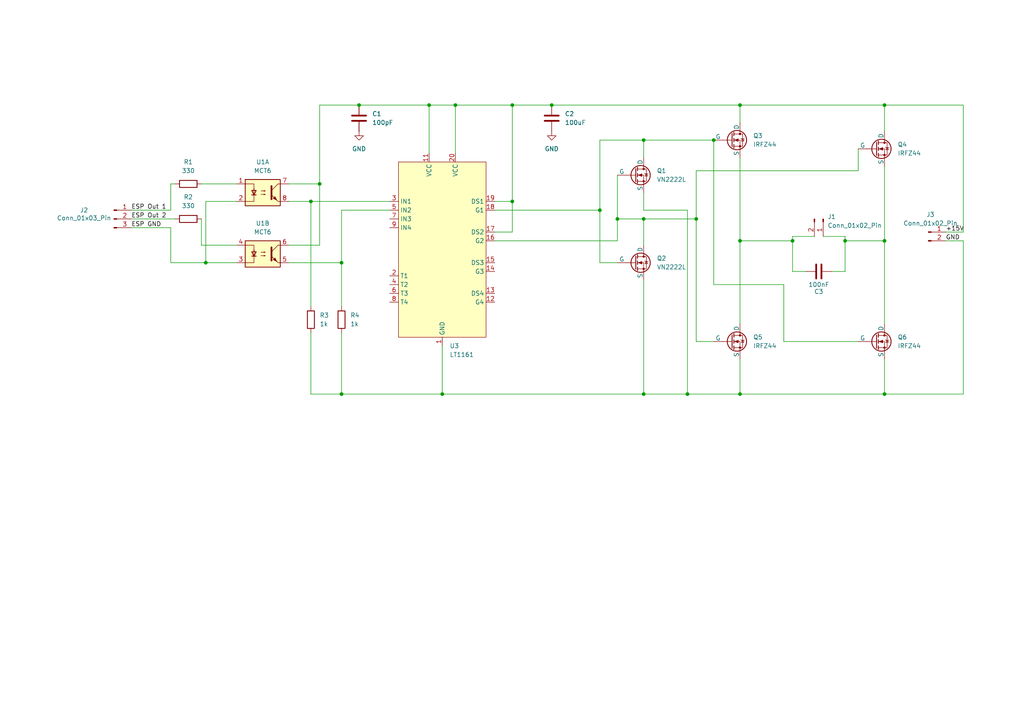
<source format=kicad_sch>
(kicad_sch (version 20250114) (generator "eeschema") (generator_version "9.0")
  (paper "A4")
  (title_block (title "H Bridge Schematic") (date "2025-07-06") (rev "1") (company "UBC"))
  (lib_symbols
    (symbol "Connector:Conn_01x02_Pin" (pin_names (offset 1.016) (hide yes))
      (property "Reference" "J" (at 0 2.54 0))
      (property "Value" "Conn_01x02_Pin" (at 0 -5.08 0))
      (symbol "Conn_01x02_Pin_1_1"
        (rectangle (start 0.8636 0.127) (end 0 -0.127) (stroke (width 0.1524)) (fill (type outline)))
        (rectangle (start 0.8636 -2.413) (end 0 -2.667) (stroke (width 0.1524)) (fill (type outline)))
        (polyline (pts (xy 1.27 0) (xy 0.8636 0)) (stroke (width 0.1524)))
        (polyline (pts (xy 1.27 -2.54) (xy 0.8636 -2.54)) (stroke (width 0.1524)))
        (pin passive line (at 5.08 0 180) (length 3.81) (name "Pin_1") (number "1"))
        (pin passive line (at 5.08 -2.54 180) (length 3.81) (name "Pin_2") (number "2"))
      )
    )
    (symbol "Connector:Conn_01x03_Pin" (pin_names (offset 1.016) (hide yes))
      (property "Reference" "J" (at 0 5.08 0))
      (property "Value" "Conn_01x03_Pin" (at 0 -5.08 0))
      (symbol "Conn_01x03_Pin_1_1"
        (rectangle (start 0.8636 2.667) (end 0 2.413) (stroke (width 0.1524)) (fill (type outline)))
        (rectangle (start 0.8636 0.127) (end 0 -0.127) (stroke (width 0.1524)) (fill (type outline)))
        (rectangle (start 0.8636 -2.413) (end 0 -2.667) (stroke (width 0.1524)) (fill (type outline)))
        (polyline (pts (xy 1.27 2.54) (xy 0.8636 2.54)) (stroke (width 0.1524)))
        (polyline (pts (xy 1.27 0) (xy 0.8636 0)) (stroke (width 0.1524)))
        (polyline (pts (xy 1.27 -2.54) (xy 0.8636 -2.54)) (stroke (width 0.1524)))
        (pin passive line (at 5.08 2.54 180) (length 3.81) (name "Pin_1") (number "1"))
        (pin passive line (at 5.08 0 180) (length 3.81) (name "Pin_2") (number "2"))
        (pin passive line (at 5.08 -2.54 180) (length 3.81) (name "Pin_3") (number "3"))
      )
    )
    (symbol "Device:C" (pin_numbers (hide yes)) (pin_names (offset 0.254))
      (property "Reference" "C" (at 0.635 2.54 0))
      (property "Value" "C" (at 0.635 -2.54 0))
      (symbol "C_0_1"
        (polyline (pts (xy -2.032 0.762) (xy 2.032 0.762)) (stroke (width 0.508)))
        (polyline (pts (xy -2.032 -0.762) (xy 2.032 -0.762)) (stroke (width 0.508)))
      )
      (symbol "C_1_1"
        (pin passive line (at 0 3.81 270) (length 2.794) (name "~") (number "1"))
        (pin passive line (at 0 -3.81 90) (length 2.794) (name "~") (number "2"))
      )
    )
    (symbol "Device:R" (pin_numbers (hide yes)) (pin_names (offset 0))
      (property "Reference" "R" (at 2.032 0 90))
      (property "Value" "R" (at 0 0 90))
      (symbol "R_0_1"
        (rectangle (start -1.016 -2.54) (end 1.016 2.54) (stroke (width 0.254)))
      )
      (symbol "R_1_1"
        (pin passive line (at 0 3.81 270) (length 1.27) (name "~") (number "1"))
        (pin passive line (at 0 -3.81 90) (length 1.27) (name "~") (number "2"))
      )
    )
    (symbol "GS_Gate_Drivers:LT1161"
      (property "Reference" "U" (at 12.7 26.67 0))
      (property "Value" "LT1161" (at -12.7 26.67 0))
      (symbol "LT1161_1_1"
        (rectangle (start -12.7 25.4) (end 12.7 -25.4) (fill (type background)))
        (pin input line (at -15.24 13.97 0) (length 2.54) (name "IN1") (number "3"))
        (pin input line (at -15.24 11.43 0) (length 2.54) (name "IN2") (number "5"))
        (pin input line (at -15.24 8.89 0) (length 2.54) (name "IN3") (number "7"))
        (pin input line (at -15.24 6.35 0) (length 2.54) (name "IN4") (number "9"))
        (pin passive line (at -15.24 -7.62 0) (length 2.54) (name "T1") (number "2"))
        (pin passive line (at -15.24 -10.16 0) (length 2.54) (name "T2") (number "4"))
        (pin passive line (at -15.24 -12.7 0) (length 2.54) (name "T3") (number "6"))
        (pin passive line (at -15.24 -15.24 0) (length 2.54) (name "T4") (number "8"))
        (pin power_in line (at -3.81 27.94 270) (length 2.54) (name "VCC") (number "11"))
        (pin power_in line (at 0 -27.94 90) (length 2.54) (name "GND") (number "1"))
        (pin input line (at 0 -27.94 90) (length 2.54) (hide yes) (name "GND") (number "10"))
        (pin power_in line (at 3.81 27.94 270) (length 2.54) (name "VCC") (number "20"))
        (pin passive line (at 15.24 13.97 180) (length 2.54) (name "DS1") (number "19"))
        (pin output line (at 15.24 11.43 180) (length 2.54) (name "G1") (number "18"))
        (pin passive line (at 15.24 5.08 180) (length 2.54) (name "DS2") (number "17"))
        (pin output line (at 15.24 2.54 180) (length 2.54) (name "G2") (number "16"))
        (pin passive line (at 15.24 -3.81 180) (length 2.54) (name "DS3") (number "15"))
        (pin output line (at 15.24 -6.35 180) (length 2.54) (name "G3") (number "14"))
        (pin passive line (at 15.24 -12.7 180) (length 2.54) (name "DS4") (number "13"))
        (pin output line (at 15.24 -15.24 180) (length 2.54) (name "G4") (number "12"))
      )
    )
    (symbol "GS_Optoelectronic:MCT6" (pin_names (offset 1.016))
      (property "Reference" "U" (at -3.81 5.08 0))
      (property "Value" "MCT6" (at 0 -5.08 0))
      (symbol "MCT6_0_1"
        (rectangle (start -5.08 3.81) (end 5.08 -3.81) (stroke (width 0.254)) (fill (type background)))
        (polyline (pts (xy -5.08 -2.54) (xy -2.54 -2.54) (xy -2.54 1.27) (xy -2.54 -0.635)))
        (polyline (pts (xy -2.54 0.635) (xy -2.54 2.54) (xy -5.08 2.54)))
        (polyline (pts (xy -0.508 0.508) (xy 0.762 0.508) (xy 0.381 0.635) (xy 0.381 0.381) (xy 0.762 0.508)))
        (polyline (pts (xy -0.508 -0.508) (xy 0.762 -0.508) (xy 0.381 -0.381) (xy 0.381 -0.635) (xy 0.762 -0.508)))
        (polyline (pts (xy 2.54 1.905) (xy 2.54 -1.905) (xy 2.54 -1.905)) (stroke (width 0.508)))
        (polyline (pts (xy 2.54 0.635) (xy 4.445 2.54)))
        (polyline (pts (xy 4.445 2.54) (xy 5.08 2.54)))
        (polyline (pts (xy 4.445 -2.54) (xy 2.54 -0.635)) (fill (type outline)))
        (polyline (pts (xy 4.445 -2.54) (xy 5.08 -2.54)))
      )
      (symbol "MCT6_1_1"
        (polyline (pts (xy -3.175 -0.635) (xy -1.905 -0.635)) (stroke (width 0.254)))
        (polyline (pts (xy -2.54 -0.635) (xy -3.175 0.635) (xy -1.905 0.635) (xy -2.54 -0.635)) (stroke (width 0.254)))
        (polyline (pts (xy 3.048 -1.651) (xy 3.556 -1.143) (xy 4.064 -2.159) (xy 3.048 -1.651) (xy 3.048 -1.651)) (fill (type outline)))
        (pin passive line (at -7.62 2.54 0) (length 2.54) (name "~") (number "1"))
        (pin passive line (at -7.62 -2.54 0) (length 2.54) (name "~") (number "2"))
        (pin passive line (at 7.62 2.54 180) (length 2.54) (name "~") (number "7"))
        (pin passive line (at 7.62 -2.54 180) (length 2.54) (name "~") (number "8"))
      )
      (symbol "MCT6_2_1"
        (polyline (pts (xy -3.175 -0.635) (xy -1.905 -0.635)) (stroke (width 0.254)))
        (polyline (pts (xy -2.54 -0.635) (xy -3.175 0.635) (xy -1.905 0.635) (xy -2.54 -0.635)) (stroke (width 0.254)))
        (polyline (pts (xy 3.048 -1.651) (xy 3.556 -1.143) (xy 4.064 -2.159) (xy 3.048 -1.651) (xy 3.048 -1.651)) (fill (type outline)))
        (pin passive line (at -7.62 2.54 0) (length 2.54) (name "~") (number "4"))
        (pin passive line (at -7.62 -2.54 0) (length 2.54) (name "~") (number "3"))
        (pin passive line (at 7.62 2.54 180) (length 2.54) (name "~") (number "6"))
        (pin passive line (at 7.62 -2.54 180) (length 2.54) (name "~") (number "5"))
      )
    )
    (symbol "GS_Transistors:MOSFET_N-Ch_60V_0.23A_7500mR" (pin_numbers (hide yes)) (pin_names (offset 0))
      (property "Reference" "Q" (at 5.08 1.27 0))
      (property "Value" "VN2222L" (at 5.08 -1.27 0))
      (symbol "MOSFET_N-Ch_60V_0.23A_7500mR_0_1"
        (polyline (pts (xy 0.254 1.905) (xy 0.254 -1.905)) (stroke (width 0.254)))
        (polyline (pts (xy 0.254 0) (xy -2.54 0)))
        (polyline (pts (xy 0.762 2.286) (xy 0.762 1.27)) (stroke (width 0.254)))
        (polyline (pts (xy 0.762 0.508) (xy 0.762 -0.508)) (stroke (width 0.254)))
        (polyline (pts (xy 0.762 -1.27) (xy 0.762 -2.286)) (stroke (width 0.254)))
        (polyline (pts (xy 0.762 -1.778) (xy 3.302 -1.778) (xy 3.302 1.778) (xy 0.762 1.778)))
        (polyline (pts (xy 1.016 0) (xy 2.032 0.381) (xy 2.032 -0.381) (xy 1.016 0)) (fill (type outline)))
        (circle (center 1.651 0) (radius 2.794) (stroke (width 0.254)))
        (polyline (pts (xy 2.54 2.54) (xy 2.54 1.778)))
        (circle (center 2.54 1.778) (radius 0.254) (fill (type outline)))
        (circle (center 2.54 -1.778) (radius 0.254) (fill (type outline)))
        (polyline (pts (xy 2.54 -2.54) (xy 2.54 0) (xy 0.762 0)))
        (polyline (pts (xy 2.794 0.508) (xy 2.921 0.381) (xy 3.683 0.381) (xy 3.81 0.254)))
        (polyline (pts (xy 3.302 0.381) (xy 2.921 -0.254) (xy 3.683 -0.254) (xy 3.302 0.381)))
      )
      (symbol "MOSFET_N-Ch_60V_0.23A_7500mR_1_1"
        (pin input line (at -5.08 0 0) (length 2.54) (name "G") (number "2"))
        (pin passive line (at 2.54 5.08 270) (length 2.54) (name "D") (number "3"))
        (pin passive line (at 2.54 -5.08 90) (length 2.54) (name "S") (number "1"))
      )
    )
    (symbol "GS_Transistors:MOSFET_N-Ch_60V_48A_23mR" (pin_numbers (hide yes)) (pin_names (offset 0))
      (property "Reference" "Q" (at 5.08 1.27 0))
      (property "Value" "IRFZ44" (at 5.08 -1.27 0))
      (symbol "MOSFET_N-Ch_60V_48A_23mR_0_1"
        (polyline (pts (xy 0.254 1.905) (xy 0.254 -1.905)) (stroke (width 0.254)))
        (polyline (pts (xy 0.254 0) (xy -2.54 0)))
        (polyline (pts (xy 0.762 2.286) (xy 0.762 1.27)) (stroke (width 0.254)))
        (polyline (pts (xy 0.762 0.508) (xy 0.762 -0.508)) (stroke (width 0.254)))
        (polyline (pts (xy 0.762 -1.27) (xy 0.762 -2.286)) (stroke (width 0.254)))
        (polyline (pts (xy 0.762 -1.778) (xy 3.302 -1.778) (xy 3.302 1.778) (xy 0.762 1.778)))
        (polyline (pts (xy 1.016 0) (xy 2.032 0.381) (xy 2.032 -0.381) (xy 1.016 0)) (fill (type outline)))
        (circle (center 1.651 0) (radius 2.794) (stroke (width 0.254)))
        (polyline (pts (xy 2.54 2.54) (xy 2.54 1.778)))
        (circle (center 2.54 1.778) (radius 0.254) (fill (type outline)))
        (circle (center 2.54 -1.778) (radius 0.254) (fill (type outline)))
        (polyline (pts (xy 2.54 -2.54) (xy 2.54 0) (xy 0.762 0)))
        (polyline (pts (xy 2.794 0.508) (xy 2.921 0.381) (xy 3.683 0.381) (xy 3.81 0.254)))
        (polyline (pts (xy 3.302 0.381) (xy 2.921 -0.254) (xy 3.683 -0.254) (xy 3.302 0.381)))
      )
      (symbol "MOSFET_N-Ch_60V_48A_23mR_1_1"
        (pin input line (at -5.08 0 0) (length 2.54) (name "G") (number "1"))
        (pin passive line (at 2.54 5.08 270) (length 2.54) (name "D") (number "2"))
        (pin passive line (at 2.54 -5.08 90) (length 2.54) (name "S") (number "3"))
      )
    )
    (symbol "power:GND" (power) (pin_numbers (hide yes)) (pin_names (offset 0) (hide yes))
      (property "Value" "GND" (at 0 -3.81 0))
      (symbol "GND_0_1"
        (polyline (pts (xy 0 0) (xy 0 -1.27) (xy 1.27 -1.27) (xy 0 -2.54) (xy -1.27 -1.27) (xy 0 -1.27)))
      )
      (symbol "GND_1_1"
        (pin power_in line (at 0 0 270) (length 0) (name "~") (number "1"))
      )
    )
  )
  (junction (at 229.87 69.85))
  (junction (at 199.39 114.3))
  (junction (at 256.54 69.85))
  (junction (at 59.69 76.2))
  (junction (at 214.63 69.85))
  (junction (at 214.63 114.3))
  (junction (at 179.07 63.5))
  (junction (at 128.27 114.3))
  (junction (at 124.46 30.48))
  (junction (at 207.01 40.64))
  (junction (at 245.11 69.85))
  (junction (at 92.71 53.34))
  (junction (at 256.54 30.48))
  (junction (at 201.93 63.5))
  (junction (at 148.59 58.42))
  (junction (at 160.02 30.48))
  (junction (at 186.69 63.5))
  (junction (at 256.54 114.3))
  (junction (at 99.06 76.2))
  (junction (at 173.99 60.96))
  (junction (at 214.63 30.48))
  (junction (at 104.14 30.48))
  (junction (at 90.17 58.42))
  (junction (at 186.69 40.64))
  (junction (at 132.08 30.48))
  (junction (at 186.69 114.3))
  (junction (at 99.06 114.3))
  (junction (at 148.59 30.48))
  (wire (pts (xy 256.54 69.85) (xy 256.54 93.98)))
  (wire (pts (xy 201.93 63.5) (xy 201.93 99.06)))
  (wire (pts (xy 241.3 78.74) (xy 245.11 78.74)))
  (wire (pts (xy 227.33 82.55) (xy 227.33 99.06)))
  (wire (pts (xy 90.17 96.52) (xy 90.17 114.3)))
  (wire (pts (xy 124.46 30.48) (xy 124.46 44.45)))
  (wire (pts (xy 148.59 30.48) (xy 160.02 30.48)))
  (wire (pts (xy 68.58 58.42) (xy 59.69 58.42)))
  (wire (pts (xy 229.87 68.58) (xy 229.87 69.85)))
  (wire (pts (xy 92.71 53.34) (xy 92.71 71.12)))
  (wire (pts (xy 59.69 58.42) (xy 59.69 76.2)))
  (wire (pts (xy 99.06 96.52) (xy 99.06 114.3)))
  (wire (pts (xy 90.17 58.42) (xy 90.17 88.9)))
  (wire (pts (xy 279.4 30.48) (xy 279.4 67.31)))
  (wire (pts (xy 128.27 114.3) (xy 186.69 114.3)))
  (wire (pts (xy 49.53 66.04) (xy 49.53 76.2)))
  (wire (pts (xy 186.69 81.28) (xy 186.69 114.3)))
  (wire (pts (xy 233.68 78.74) (xy 229.87 78.74)))
  (wire (pts (xy 248.92 43.18) (xy 248.92 49.53)))
  (wire (pts (xy 236.22 68.58) (xy 229.87 68.58)))
  (wire (pts (xy 214.63 30.48) (xy 256.54 30.48)))
  (wire (pts (xy 186.69 114.3) (xy 199.39 114.3)))
  (wire (pts (xy 201.93 63.5) (xy 201.93 49.53)))
  (wire (pts (xy 256.54 104.14) (xy 256.54 114.3)))
  (wire (pts (xy 173.99 60.96) (xy 173.99 76.2)))
  (wire (pts (xy 179.07 69.85) (xy 179.07 63.5)))
  (wire (pts (xy 245.11 68.58) (xy 245.11 69.85)))
  (wire (pts (xy 83.82 76.2) (xy 99.06 76.2)))
  (wire (pts (xy 83.82 71.12) (xy 92.71 71.12)))
  (wire (pts (xy 143.51 67.31) (xy 148.59 67.31)))
  (wire (pts (xy 99.06 76.2) (xy 99.06 88.9)))
  (wire (pts (xy 143.51 69.85) (xy 179.07 69.85)))
  (wire (pts (xy 179.07 63.5) (xy 186.69 63.5)))
  (wire (pts (xy 58.42 71.12) (xy 68.58 71.12)))
  (wire (pts (xy 186.69 63.5) (xy 201.93 63.5)))
  (wire (pts (xy 256.54 48.26) (xy 256.54 69.85)))
  (wire (pts (xy 229.87 69.85) (xy 229.87 78.74)))
  (wire (pts (xy 58.42 53.34) (xy 68.58 53.34)))
  (wire (pts (xy 38.1 60.96) (xy 49.53 60.96)))
  (wire (pts (xy 256.54 30.48) (xy 256.54 38.1)))
  (wire (pts (xy 214.63 69.85) (xy 229.87 69.85)))
  (wire (pts (xy 148.59 30.48) (xy 148.59 58.42)))
  (wire (pts (xy 201.93 99.06) (xy 207.01 99.06)))
  (wire (pts (xy 186.69 40.64) (xy 186.69 45.72)))
  (wire (pts (xy 90.17 114.3) (xy 99.06 114.3)))
  (wire (pts (xy 132.08 30.48) (xy 132.08 44.45)))
  (wire (pts (xy 214.63 114.3) (xy 256.54 114.3)))
  (wire (pts (xy 38.1 66.04) (xy 49.53 66.04)))
  (wire (pts (xy 214.63 104.14) (xy 214.63 114.3)))
  (wire (pts (xy 83.82 53.34) (xy 92.71 53.34)))
  (wire (pts (xy 186.69 63.5) (xy 186.69 71.12)))
  (wire (pts (xy 186.69 40.64) (xy 207.01 40.64)))
  (wire (pts (xy 38.1 63.5) (xy 50.8 63.5)))
  (wire (pts (xy 104.14 30.48) (xy 124.46 30.48)))
  (wire (pts (xy 186.69 60.96) (xy 199.39 60.96)))
  (wire (pts (xy 199.39 60.96) (xy 199.39 114.3)))
  (wire (pts (xy 160.02 30.48) (xy 214.63 30.48)))
  (wire (pts (xy 148.59 58.42) (xy 148.59 67.31)))
  (wire (pts (xy 227.33 99.06) (xy 248.92 99.06)))
  (wire (pts (xy 245.11 69.85) (xy 245.11 78.74)))
  (wire (pts (xy 92.71 30.48) (xy 104.14 30.48)))
  (wire (pts (xy 49.53 60.96) (xy 49.53 53.34)))
  (wire (pts (xy 99.06 76.2) (xy 99.06 60.96)))
  (wire (pts (xy 214.63 30.48) (xy 214.63 35.56)))
  (wire (pts (xy 201.93 49.53) (xy 248.92 49.53)))
  (wire (pts (xy 128.27 100.33) (xy 128.27 114.3)))
  (wire (pts (xy 207.01 82.55) (xy 227.33 82.55)))
  (wire (pts (xy 214.63 45.72) (xy 214.63 69.85)))
  (wire (pts (xy 143.51 58.42) (xy 148.59 58.42)))
  (wire (pts (xy 173.99 40.64) (xy 173.99 60.96)))
  (wire (pts (xy 279.4 114.3) (xy 279.4 69.85)))
  (wire (pts (xy 186.69 55.88) (xy 186.69 60.96)))
  (wire (pts (xy 49.53 76.2) (xy 59.69 76.2)))
  (wire (pts (xy 238.76 68.58) (xy 245.11 68.58)))
  (wire (pts (xy 279.4 67.31) (xy 274.32 67.31)))
  (wire (pts (xy 99.06 114.3) (xy 128.27 114.3)))
  (wire (pts (xy 207.01 40.64) (xy 207.01 82.55)))
  (wire (pts (xy 256.54 114.3) (xy 279.4 114.3)))
  (wire (pts (xy 132.08 30.48) (xy 148.59 30.48)))
  (wire (pts (xy 173.99 76.2) (xy 179.07 76.2)))
  (wire (pts (xy 179.07 50.8) (xy 179.07 63.5)))
  (wire (pts (xy 173.99 40.64) (xy 186.69 40.64)))
  (wire (pts (xy 199.39 114.3) (xy 214.63 114.3)))
  (wire (pts (xy 256.54 30.48) (xy 279.4 30.48)))
  (wire (pts (xy 83.82 58.42) (xy 90.17 58.42)))
  (wire (pts (xy 279.4 69.85) (xy 274.32 69.85)))
  (wire (pts (xy 49.53 53.34) (xy 50.8 53.34)))
  (wire (pts (xy 58.42 63.5) (xy 58.42 71.12)))
  (wire (pts (xy 92.71 30.48) (xy 92.71 53.34)))
  (wire (pts (xy 245.11 69.85) (xy 256.54 69.85)))
  (wire (pts (xy 124.46 30.48) (xy 132.08 30.48)))
  (wire (pts (xy 59.69 76.2) (xy 68.58 76.2)))
  (wire (pts (xy 99.06 60.96) (xy 113.03 60.96)))
  (wire (pts (xy 90.17 58.42) (xy 113.03 58.42)))
  (wire (pts (xy 214.63 69.85) (xy 214.63 93.98)))
  (wire (pts (xy 143.51 60.96) (xy 173.99 60.96)))
  (label "ESP Out 2" (at 38.1 63.5 0))
  (label "ESP Out 1" (at 38.1 60.96 0))
  (label "GND" (at 274.32 69.85 0))
  (label "ESP GND" (at 38.1 66.04 0))
  (label "+15V" (at 274.32 67.31 0))
  (symbol (lib_id "GS_Transistors:MOSFET_N-Ch_60V_48A_23mR") (at 212.09 40.64 0) (unit 1)
    (property "Reference" "Q3" (at 218.44 39.3699 0) (effects (justify left)))
    (property "Value" "IRFZ44" (at 218.44 41.9099 0) (effects (justify left)))
    (property "Footprint" "Package_TO_SOT_THT:TO-220-3_Vertical" (effects (hide yes)))
    (property "Datasheet" "https://www.infineon.com/dgdl/irfz44epbf.pdf?fileId=5546d462533600a40153563b237a2206" (effects (hide yes)))
    (property "Description" "N-MOSFET transistor, drain/source/gate" (effects (hide yes)))
    (property "Sim.Device" "NMOS" (effects (hide yes)))
    (property "Sim.Type" "VDMOS" (effects (hide yes)))
    (property "Sim.Pins" "1=D 2=G 3=S" (effects (hide yes)))
  )
  (symbol (lib_id "Device:C") (at 160.02 34.29 0) (unit 1)
    (property "Reference" "C2" (at 163.83 33.0199 0) (effects (justify left)))
    (property "Value" "100uF" (at 163.83 35.5599 0) (effects (justify left)))
    (property "Footprint" "Capacitor_THT:C_Radial_D8.0mm_H7.0mm_P3.50mm" (effects (hide yes)))
    (property "Description" "Unpolarized capacitor" (effects (hide yes)))
  )
  (symbol (lib_id "Device:R") (at 54.61 63.5 90) (unit 1)
    (property "Reference" "R2" (at 54.61 57.15 90))
    (property "Value" "330" (at 54.61 59.69 90))
    (property "Footprint" "Resistor_THT:R_Axial_DIN0411_L9.9mm_D3.6mm_P12.70mm_Horizontal" (effects (hide yes)))
    (property "Description" "Resistor" (effects (hide yes)))
  )
  (symbol (lib_id "Device:C") (at 237.49 78.74 270) (unit 1)
    (property "Reference" "C3" (at 237.49 84.582 90))
    (property "Value" "100nF" (at 237.49 82.55 90))
    (property "Footprint" "Capacitor_THT:CP_Radial_Tantal_D4.5mm_P2.50mm" (effects (hide yes)))
    (property "Description" "Unpolarized capacitor" (effects (hide yes)))
  )
  (symbol (lib_id "GS_Optoelectronic:MCT6") (at 76.2 73.66 0) (unit 2)
    (property "Reference" "U1" (at 76.2 64.77 0))
    (property "Value" "MCT6" (at 76.2 67.31 0))
    (property "Footprint" "Package_DIP:DIP-8_W7.62mm_LongPads" (effects (hide yes)))
    (property "Datasheet" "https://www.mouser.com/datasheet/2/149/MCT6-1011122.pdf" (effects (hide yes)))
    (property "Description" "DC Optocoupler, DIP-8" (effects (hide yes)))
  )
  (symbol (lib_id "GS_Transistors:MOSFET_N-Ch_60V_0.23A_7500mR") (at 184.15 76.2 0) (unit 1)
    (property "Reference" "Q2" (at 190.5 74.9299 0) (effects (justify left)))
    (property "Value" "VN2222L" (at 190.5 77.4699 0) (effects (justify left)))
    (property "Footprint" "Package_TO_SOT_THT:TO-92_Inline" (effects (hide yes)))
    (property "Datasheet" "https://ww1.microchip.com/downloads/en/DeviceDoc/VN2222LL%20B082013.pdf" (effects (hide yes)))
    (property "Description" "N-MOSFET transistor" (effects (hide yes)))
  )
  (symbol (lib_id "Device:C") (at 104.14 34.29 0) (unit 1)
    (property "Reference" "C1" (at 107.95 33.0199 0) (effects (justify left)))
    (property "Value" "100pF" (at 107.95 35.5599 0) (effects (justify left)))
    (property "Footprint" "Capacitor_THT:CP_Radial_Tantal_D4.5mm_P2.50mm" (effects (hide yes)))
    (property "Description" "Unpolarized capacitor" (effects (hide yes)))
  )
  (symbol (lib_id "Device:R") (at 99.06 92.71 0) (unit 1)
    (property "Reference" "R4" (at 101.6 91.4399 0) (effects (justify left)))
    (property "Value" "1k" (at 101.6 93.9799 0) (effects (justify left)))
    (property "Footprint" "Resistor_THT:R_Axial_DIN0411_L9.9mm_D3.6mm_P12.70mm_Horizontal" (effects (hide yes)))
    (property "Description" "Resistor" (effects (hide yes)))
  )
  (symbol (lib_id "power:GND") (at 160.02 38.1 0) (unit 1)
    (property "Reference" "#PWR02" (effects (hide yes)))
    (property "Value" "GND" (at 160.02 43.18 0))
    (property "Description" "Power symbol creates a global label with name \"GND\" , ground" (effects (hide yes)))
  )
  (symbol (lib_id "Device:R") (at 54.61 53.34 90) (unit 1)
    (property "Reference" "R1" (at 54.61 46.99 90))
    (property "Value" "330" (at 54.61 49.53 90))
    (property "Footprint" "Resistor_THT:R_Axial_DIN0411_L9.9mm_D3.6mm_P12.70mm_Horizontal" (effects (hide yes)))
    (property "Description" "Resistor" (effects (hide yes)))
  )
  (symbol (lib_id "GS_Transistors:MOSFET_N-Ch_60V_0.23A_7500mR") (at 184.15 50.8 0) (unit 1)
    (property "Reference" "Q1" (at 190.5 49.5299 0) (effects (justify left)))
    (property "Value" "VN2222L" (at 190.5 52.0699 0) (effects (justify left)))
    (property "Footprint" "Package_TO_SOT_THT:TO-92_Inline" (effects (hide yes)))
    (property "Datasheet" "https://ww1.microchip.com/downloads/en/DeviceDoc/VN2222LL%20B082013.pdf" (effects (hide yes)))
    (property "Description" "N-MOSFET transistor" (effects (hide yes)))
  )
  (symbol (lib_id "Connector:Conn_01x02_Pin") (at 269.24 67.31 0) (unit 1)
    (property "Reference" "J3" (at 269.875 62.23 0))
    (property "Value" "Conn_01x02_Pin" (at 269.875 64.77 0))
    (property "Footprint" "Connector_JST:JST_XH_B2B-XH-AM_1x02_P2.50mm_Vertical" (effects (hide yes)))
    (property "Description" "Generic connector, single row, 01x02, script generated" (effects (hide yes)))
  )
  (symbol (lib_id "Connector:Conn_01x02_Pin") (at 238.76 63.5 270) (unit 1)
    (property "Reference" "J1" (at 240.03 62.8649 90) (effects (justify left)))
    (property "Value" "Conn_01x02_Pin" (at 240.03 65.4049 90) (effects (justify left)))
    (property "Footprint" "Connector_JST:JST_XH_B2B-XH-AM_1x02_P2.50mm_Vertical" (effects (hide yes)))
    (property "Description" "Generic connector, single row, 01x02, script generated" (effects (hide yes)))
  )
  (symbol (lib_id "GS_Transistors:MOSFET_N-Ch_60V_48A_23mR") (at 254 43.18 0) (unit 1)
    (property "Reference" "Q4" (at 260.35 41.9099 0) (effects (justify left)))
    (property "Value" "IRFZ44" (at 260.35 44.4499 0) (effects (justify left)))
    (property "Footprint" "Package_TO_SOT_THT:TO-220-3_Vertical" (effects (hide yes)))
    (property "Datasheet" "https://www.infineon.com/dgdl/irfz44epbf.pdf?fileId=5546d462533600a40153563b237a2206" (effects (hide yes)))
    (property "Description" "N-MOSFET transistor, drain/source/gate" (effects (hide yes)))
    (property "Sim.Device" "NMOS" (effects (hide yes)))
    (property "Sim.Type" "VDMOS" (effects (hide yes)))
    (property "Sim.Pins" "1=D 2=G 3=S" (effects (hide yes)))
  )
  (symbol (lib_id "GS_Gate_Drivers:LT1161") (at 128.27 72.39 0) (unit 1)
    (property "Reference" "U3" (at 130.4133 100.33 0) (effects (justify left)))
    (property "Value" "LT1161" (at 130.4133 102.87 0) (effects (justify left)))
    (property "Footprint" "Package_DIP:DIP-20_W7.62mm_LongPads" (effects (hide yes)))
    (property "Datasheet" "https://www.analog.com/media/en/technical-documentation/data-sheets/1161fa.pdf" (effects (hide yes)))
    (property "Description" "8-48V Quad Protected High-Side MOSFET Driver" (effects (hide yes)))
  )
  (symbol (lib_id "GS_Transistors:MOSFET_N-Ch_60V_48A_23mR") (at 254 99.06 0) (unit 1)
    (property "Reference" "Q6" (at 260.35 97.7899 0) (effects (justify left)))
    (property "Value" "IRFZ44" (at 260.35 100.3299 0) (effects (justify left)))
    (property "Footprint" "Package_TO_SOT_THT:TO-220-3_Vertical" (effects (hide yes)))
    (property "Datasheet" "https://www.infineon.com/dgdl/irfz44epbf.pdf?fileId=5546d462533600a40153563b237a2206" (effects (hide yes)))
    (property "Description" "N-MOSFET transistor, drain/source/gate" (effects (hide yes)))
    (property "Sim.Device" "NMOS" (effects (hide yes)))
    (property "Sim.Type" "VDMOS" (effects (hide yes)))
    (property "Sim.Pins" "1=D 2=G 3=S" (effects (hide yes)))
  )
  (symbol (lib_id "Connector:Conn_01x03_Pin") (at 33.02 63.5 0) (unit 1)
    (property "Reference" "J2" (at 24.384 60.96 0))
    (property "Value" "Conn_01x03_Pin" (at 24.384 63.246 0))
    (property "Footprint" "Connector_JST:JST_XH_B3B-XH-AM_1x03_P2.50mm_Vertical" (effects (hide yes)))
    (property "Description" "Generic connector, single row, 01x03, script generated" (effects (hide yes)))
  )
  (symbol (lib_id "power:GND") (at 104.14 38.1 0) (unit 1)
    (property "Reference" "#PWR01" (effects (hide yes)))
    (property "Value" "GND" (at 104.14 43.18 0))
    (property "Description" "Power symbol creates a global label with name \"GND\" , ground" (effects (hide yes)))
  )
  (symbol (lib_id "GS_Optoelectronic:MCT6") (at 76.2 55.88 0) (unit 1)
    (property "Reference" "U1" (at 76.2 46.99 0))
    (property "Value" "MCT6" (at 76.2 49.53 0))
    (property "Footprint" "Package_DIP:DIP-8_W7.62mm_LongPads" (effects (hide yes)))
    (property "Datasheet" "https://www.mouser.com/datasheet/2/149/MCT6-1011122.pdf" (effects (hide yes)))
    (property "Description" "DC Optocoupler, DIP-8" (effects (hide yes)))
  )
  (symbol (lib_id "GS_Transistors:MOSFET_N-Ch_60V_48A_23mR") (at 212.09 99.06 0) (unit 1)
    (property "Reference" "Q5" (at 218.44 97.7899 0) (effects (justify left)))
    (property "Value" "IRFZ44" (at 218.44 100.3299 0) (effects (justify left)))
    (property "Footprint" "Package_TO_SOT_THT:TO-220-3_Vertical" (effects (hide yes)))
    (property "Datasheet" "https://www.infineon.com/dgdl/irfz44epbf.pdf?fileId=5546d462533600a40153563b237a2206" (effects (hide yes)))
    (property "Description" "N-MOSFET transistor, drain/source/gate" (effects (hide yes)))
    (property "Sim.Device" "NMOS" (effects (hide yes)))
    (property "Sim.Type" "VDMOS" (effects (hide yes)))
    (property "Sim.Pins" "1=D 2=G 3=S" (effects (hide yes)))
  )
  (symbol (lib_id "Device:R") (at 90.17 92.71 0) (unit 1)
    (property "Reference" "R3" (at 92.71 91.4399 0) (effects (justify left)))
    (property "Value" "1k" (at 92.71 93.9799 0) (effects (justify left)))
    (property "Footprint" "Resistor_THT:R_Axial_DIN0411_L9.9mm_D3.6mm_P12.70mm_Horizontal" (effects (hide yes)))
    (property "Description" "Resistor" (effects (hide yes)))
  )
)
</source>
